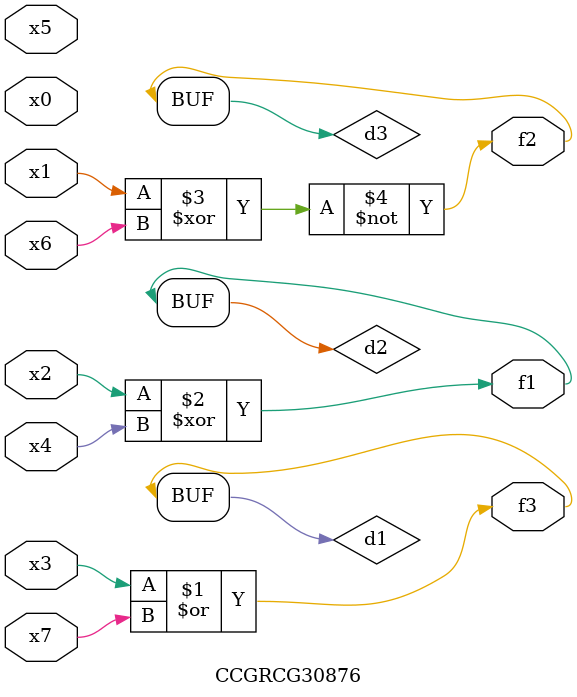
<source format=v>
module CCGRCG30876(
	input x0, x1, x2, x3, x4, x5, x6, x7,
	output f1, f2, f3
);

	wire d1, d2, d3;

	or (d1, x3, x7);
	xor (d2, x2, x4);
	xnor (d3, x1, x6);
	assign f1 = d2;
	assign f2 = d3;
	assign f3 = d1;
endmodule

</source>
